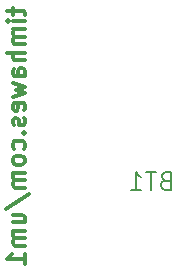
<source format=gbr>
G04 #@! TF.FileFunction,Legend,Bot*
%FSLAX46Y46*%
G04 Gerber Fmt 4.6, Leading zero omitted, Abs format (unit mm)*
G04 Created by KiCad (PCBNEW 0.201503090816+5484~22~ubuntu14.04.1-product) date Sat 30 May 2015 18:50:36 BST*
%MOMM*%
G01*
G04 APERTURE LIST*
%ADD10C,0.100000*%
%ADD11C,0.300000*%
%ADD12C,0.150000*%
G04 APERTURE END LIST*
D10*
D11*
X134298571Y-84357142D02*
X134298571Y-84928571D01*
X133798571Y-84571428D02*
X135084286Y-84571428D01*
X135227143Y-84642856D01*
X135298571Y-84785714D01*
X135298571Y-84928571D01*
X135298571Y-85428571D02*
X134298571Y-85428571D01*
X133798571Y-85428571D02*
X133870000Y-85357142D01*
X133941429Y-85428571D01*
X133870000Y-85499999D01*
X133798571Y-85428571D01*
X133941429Y-85428571D01*
X135298571Y-86142857D02*
X134298571Y-86142857D01*
X134441429Y-86142857D02*
X134370000Y-86214285D01*
X134298571Y-86357143D01*
X134298571Y-86571428D01*
X134370000Y-86714285D01*
X134512857Y-86785714D01*
X135298571Y-86785714D01*
X134512857Y-86785714D02*
X134370000Y-86857143D01*
X134298571Y-87000000D01*
X134298571Y-87214285D01*
X134370000Y-87357143D01*
X134512857Y-87428571D01*
X135298571Y-87428571D01*
X135298571Y-88142857D02*
X133798571Y-88142857D01*
X135298571Y-88785714D02*
X134512857Y-88785714D01*
X134370000Y-88714285D01*
X134298571Y-88571428D01*
X134298571Y-88357143D01*
X134370000Y-88214285D01*
X134441429Y-88142857D01*
X135298571Y-90142857D02*
X134512857Y-90142857D01*
X134370000Y-90071428D01*
X134298571Y-89928571D01*
X134298571Y-89642857D01*
X134370000Y-89500000D01*
X135227143Y-90142857D02*
X135298571Y-90000000D01*
X135298571Y-89642857D01*
X135227143Y-89500000D01*
X135084286Y-89428571D01*
X134941429Y-89428571D01*
X134798571Y-89500000D01*
X134727143Y-89642857D01*
X134727143Y-90000000D01*
X134655714Y-90142857D01*
X134298571Y-90714286D02*
X135298571Y-91000000D01*
X134584286Y-91285714D01*
X135298571Y-91571429D01*
X134298571Y-91857143D01*
X135227143Y-93000000D02*
X135298571Y-92857143D01*
X135298571Y-92571429D01*
X135227143Y-92428572D01*
X135084286Y-92357143D01*
X134512857Y-92357143D01*
X134370000Y-92428572D01*
X134298571Y-92571429D01*
X134298571Y-92857143D01*
X134370000Y-93000000D01*
X134512857Y-93071429D01*
X134655714Y-93071429D01*
X134798571Y-92357143D01*
X135227143Y-93642857D02*
X135298571Y-93785714D01*
X135298571Y-94071429D01*
X135227143Y-94214286D01*
X135084286Y-94285714D01*
X135012857Y-94285714D01*
X134870000Y-94214286D01*
X134798571Y-94071429D01*
X134798571Y-93857143D01*
X134727143Y-93714286D01*
X134584286Y-93642857D01*
X134512857Y-93642857D01*
X134370000Y-93714286D01*
X134298571Y-93857143D01*
X134298571Y-94071429D01*
X134370000Y-94214286D01*
X135155714Y-94928572D02*
X135227143Y-95000000D01*
X135298571Y-94928572D01*
X135227143Y-94857143D01*
X135155714Y-94928572D01*
X135298571Y-94928572D01*
X135227143Y-96285715D02*
X135298571Y-96142858D01*
X135298571Y-95857144D01*
X135227143Y-95714286D01*
X135155714Y-95642858D01*
X135012857Y-95571429D01*
X134584286Y-95571429D01*
X134441429Y-95642858D01*
X134370000Y-95714286D01*
X134298571Y-95857144D01*
X134298571Y-96142858D01*
X134370000Y-96285715D01*
X135298571Y-97142858D02*
X135227143Y-97000000D01*
X135155714Y-96928572D01*
X135012857Y-96857143D01*
X134584286Y-96857143D01*
X134441429Y-96928572D01*
X134370000Y-97000000D01*
X134298571Y-97142858D01*
X134298571Y-97357143D01*
X134370000Y-97500000D01*
X134441429Y-97571429D01*
X134584286Y-97642858D01*
X135012857Y-97642858D01*
X135155714Y-97571429D01*
X135227143Y-97500000D01*
X135298571Y-97357143D01*
X135298571Y-97142858D01*
X135298571Y-98285715D02*
X134298571Y-98285715D01*
X134441429Y-98285715D02*
X134370000Y-98357143D01*
X134298571Y-98500001D01*
X134298571Y-98714286D01*
X134370000Y-98857143D01*
X134512857Y-98928572D01*
X135298571Y-98928572D01*
X134512857Y-98928572D02*
X134370000Y-99000001D01*
X134298571Y-99142858D01*
X134298571Y-99357143D01*
X134370000Y-99500001D01*
X134512857Y-99571429D01*
X135298571Y-99571429D01*
X133727143Y-101357143D02*
X135655714Y-100071429D01*
X134298571Y-102500001D02*
X135298571Y-102500001D01*
X134298571Y-101857144D02*
X135084286Y-101857144D01*
X135227143Y-101928572D01*
X135298571Y-102071430D01*
X135298571Y-102285715D01*
X135227143Y-102428572D01*
X135155714Y-102500001D01*
X135298571Y-103214287D02*
X134298571Y-103214287D01*
X134441429Y-103214287D02*
X134370000Y-103285715D01*
X134298571Y-103428573D01*
X134298571Y-103642858D01*
X134370000Y-103785715D01*
X134512857Y-103857144D01*
X135298571Y-103857144D01*
X134512857Y-103857144D02*
X134370000Y-103928573D01*
X134298571Y-104071430D01*
X134298571Y-104285715D01*
X134370000Y-104428573D01*
X134512857Y-104500001D01*
X135298571Y-104500001D01*
X135298571Y-106000001D02*
X135298571Y-105142858D01*
X135298571Y-105571430D02*
X133798571Y-105571430D01*
X134012857Y-105428573D01*
X134155714Y-105285715D01*
X134227143Y-105142858D01*
D12*
X147228571Y-98952857D02*
X147014285Y-99024286D01*
X146942857Y-99095714D01*
X146871428Y-99238571D01*
X146871428Y-99452857D01*
X146942857Y-99595714D01*
X147014285Y-99667143D01*
X147157143Y-99738571D01*
X147728571Y-99738571D01*
X147728571Y-98238571D01*
X147228571Y-98238571D01*
X147085714Y-98310000D01*
X147014285Y-98381429D01*
X146942857Y-98524286D01*
X146942857Y-98667143D01*
X147014285Y-98810000D01*
X147085714Y-98881429D01*
X147228571Y-98952857D01*
X147728571Y-98952857D01*
X146442857Y-98238571D02*
X145585714Y-98238571D01*
X146014285Y-99738571D02*
X146014285Y-98238571D01*
X144300000Y-99738571D02*
X145157143Y-99738571D01*
X144728571Y-99738571D02*
X144728571Y-98238571D01*
X144871428Y-98452857D01*
X145014286Y-98595714D01*
X145157143Y-98667143D01*
M02*

</source>
